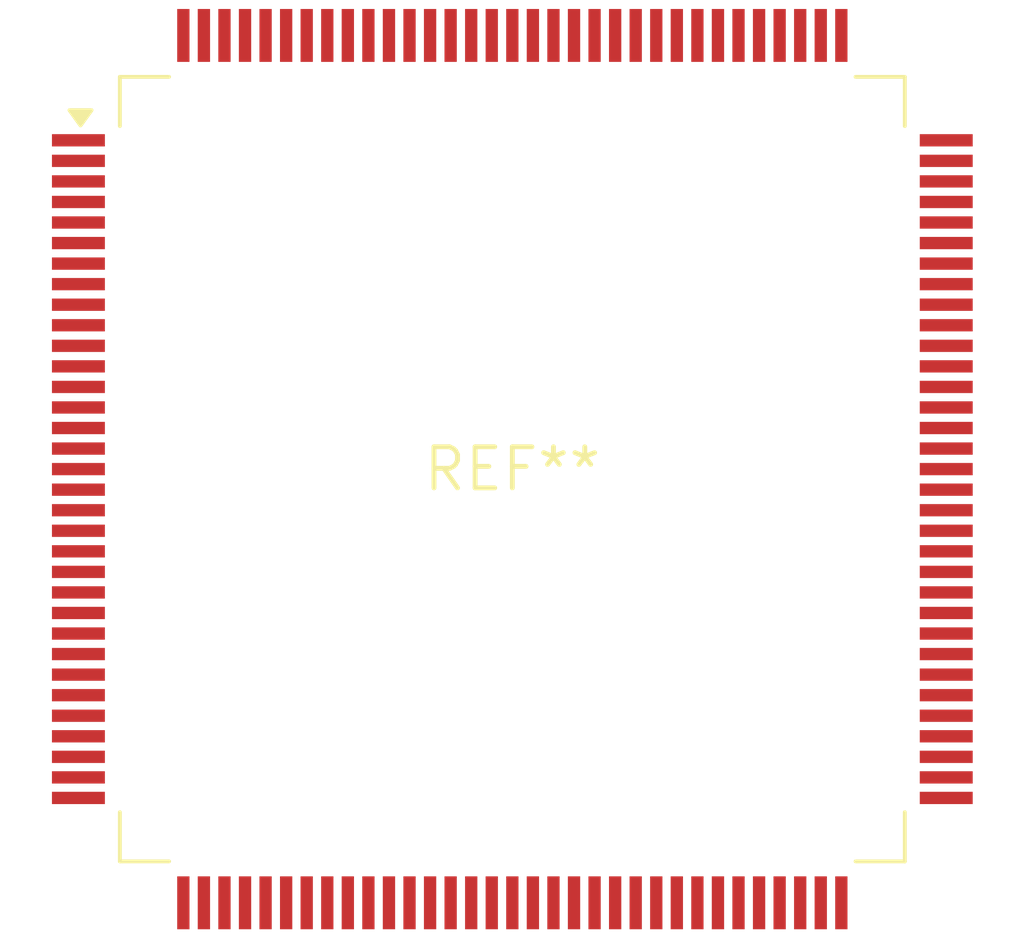
<source format=kicad_pcb>
(kicad_pcb (version 20240108) (generator pcbnew)
  (layers (0 "F.Cu" signal) (31 "B.Cu" signal) (34 "B.Paste" user) (35 "F.Paste" user) (36 "B.SilkS" user "B.Silkscreen") (37 "F.SilkS" user "F.Silkscreen") (38 "B.Mask" user) (39 "F.Mask" user) (44 "Edge.Cuts" user))
  (net 0 "")
  (footprint "PQFP-132_24x24mm_P0.635mm" (layer "F.Cu") (at 0 0)
    (property "Reference" "REF**")
    (property "Value" "PQFP-132_24x24mm_P0.635mm")
    (fp_line (start -12.12 -12.12) (end -12.12 -10.6) (layer "F.SilkS") (stroke (width 0.12)))
    (fp_line (start -12.12 12.12) (end -12.12 10.6) (layer "F.SilkS") (stroke (width 0.12)))
    (fp_line (start -10.6 -12.12) (end -12.12 -12.12) (layer "F.SilkS") (stroke (width 0.12)))
    (fp_line (start -10.6 12.12) (end -12.12 12.12) (layer "F.SilkS") (stroke (width 0.12)))
    (fp_line (start 10.6 -12.12) (end 12.12 -12.12) (layer "F.SilkS") (stroke (width 0.12)))
    (fp_line (start 10.6 12.12) (end 12.12 12.12) (layer "F.SilkS") (stroke (width 0.12)))
    (fp_line (start 12.12 -12.12) (end 12.12 -10.6) (layer "F.SilkS") (stroke (width 0.12)))
    (fp_line (start 12.12 12.12) (end 12.12 10.6) (layer "F.SilkS") (stroke (width 0.12)))
    (fp_poly (pts (xy -13.335 -10.62) (xy -13.675 -11.09) (xy -12.995 -11.09) (xy -13.335 -10.62)) (layer "F.SilkS") (stroke (width 0.12)) (fill solid))
    (pad "1" smd rect (at -13.4 -10.16) (size 1.635 0.38) (layers "F.Cu" "F.Paste" "F.Mask"))
    (pad "2" smd rect (at -13.4 -9.525) (size 1.635 0.38) (layers "F.Cu" "F.Paste" "F.Mask"))
    (pad "3" smd rect (at -13.4 -8.89) (size 1.635 0.38) (layers "F.Cu" "F.Paste" "F.Mask"))
    (pad "4" smd rect (at -13.4 -8.255) (size 1.635 0.38) (layers "F.Cu" "F.Paste" "F.Mask"))
    (pad "5" smd rect (at -13.4 -7.62) (size 1.635 0.38) (layers "F.Cu" "F.Paste" "F.Mask"))
    (pad "6" smd rect (at -13.4 -6.985) (size 1.635 0.38) (layers "F.Cu" "F.Paste" "F.Mask"))
    (pad "7" smd rect (at -13.4 -6.35) (size 1.635 0.38) (layers "F.Cu" "F.Paste" "F.Mask"))
    (pad "8" smd rect (at -13.4 -5.715) (size 1.635 0.38) (layers "F.Cu" "F.Paste" "F.Mask"))
    (pad "9" smd rect (at -13.4 -5.08) (size 1.635 0.38) (layers "F.Cu" "F.Paste" "F.Mask"))
    (pad "10" smd rect (at -13.4 -4.445) (size 1.635 0.38) (layers "F.Cu" "F.Paste" "F.Mask"))
    (pad "11" smd rect (at -13.4 -3.81) (size 1.635 0.38) (layers "F.Cu" "F.Paste" "F.Mask"))
    (pad "12" smd rect (at -13.4 -3.175) (size 1.635 0.38) (layers "F.Cu" "F.Paste" "F.Mask"))
    (pad "13" smd rect (at -13.4 -2.54) (size 1.635 0.38) (layers "F.Cu" "F.Paste" "F.Mask"))
    (pad "14" smd rect (at -13.4 -1.905) (size 1.635 0.38) (layers "F.Cu" "F.Paste" "F.Mask"))
    (pad "15" smd rect (at -13.4 -1.27) (size 1.635 0.38) (layers "F.Cu" "F.Paste" "F.Mask"))
    (pad "16" smd rect (at -13.4 -0.635) (size 1.635 0.38) (layers "F.Cu" "F.Paste" "F.Mask"))
    (pad "17" smd rect (at -13.4 0) (size 1.635 0.38) (layers "F.Cu" "F.Paste" "F.Mask"))
    (pad "18" smd rect (at -13.4 0.635) (size 1.635 0.38) (layers "F.Cu" "F.Paste" "F.Mask"))
    (pad "19" smd rect (at -13.4 1.27) (size 1.635 0.38) (layers "F.Cu" "F.Paste" "F.Mask"))
    (pad "20" smd rect (at -13.4 1.905) (size 1.635 0.38) (layers "F.Cu" "F.Paste" "F.Mask"))
    (pad "21" smd rect (at -13.4 2.54) (size 1.635 0.38) (layers "F.Cu" "F.Paste" "F.Mask"))
    (pad "22" smd rect (at -13.4 3.175) (size 1.635 0.38) (layers "F.Cu" "F.Paste" "F.Mask"))
    (pad "23" smd rect (at -13.4 3.81) (size 1.635 0.38) (layers "F.Cu" "F.Paste" "F.Mask"))
    (pad "24" smd rect (at -13.4 4.445) (size 1.635 0.38) (layers "F.Cu" "F.Paste" "F.Mask"))
    (pad "25" smd rect (at -13.4 5.08) (size 1.635 0.38) (layers "F.Cu" "F.Paste" "F.Mask"))
    (pad "26" smd rect (at -13.4 5.715) (size 1.635 0.38) (layers "F.Cu" "F.Paste" "F.Mask"))
    (pad "27" smd rect (at -13.4 6.35) (size 1.635 0.38) (layers "F.Cu" "F.Paste" "F.Mask"))
    (pad "28" smd rect (at -13.4 6.985) (size 1.635 0.38) (layers "F.Cu" "F.Paste" "F.Mask"))
    (pad "29" smd rect (at -13.4 7.62) (size 1.635 0.38) (layers "F.Cu" "F.Paste" "F.Mask"))
    (pad "30" smd rect (at -13.4 8.255) (size 1.635 0.38) (layers "F.Cu" "F.Paste" "F.Mask"))
    (pad "31" smd rect (at -13.4 8.89) (size 1.635 0.38) (layers "F.Cu" "F.Paste" "F.Mask"))
    (pad "32" smd rect (at -13.4 9.525) (size 1.635 0.38) (layers "F.Cu" "F.Paste" "F.Mask"))
    (pad "33" smd rect (at -13.4 10.16) (size 1.635 0.38) (layers "F.Cu" "F.Paste" "F.Mask"))
    (pad "34" smd rect (at -10.16 13.4) (size 0.38 1.635) (layers "F.Cu" "F.Paste" "F.Mask"))
    (pad "35" smd rect (at -9.525 13.4) (size 0.38 1.635) (layers "F.Cu" "F.Paste" "F.Mask"))
    (pad "36" smd rect (at -8.89 13.4) (size 0.38 1.635) (layers "F.Cu" "F.Paste" "F.Mask"))
    (pad "37" smd rect (at -8.255 13.4) (size 0.38 1.635) (layers "F.Cu" "F.Paste" "F.Mask"))
    (pad "38" smd rect (at -7.62 13.4) (size 0.38 1.635) (layers "F.Cu" "F.Paste" "F.Mask"))
    (pad "39" smd rect (at -6.985 13.4) (size 0.38 1.635) (layers "F.Cu" "F.Paste" "F.Mask"))
    (pad "40" smd rect (at -6.35 13.4) (size 0.38 1.635) (layers "F.Cu" "F.Paste" "F.Mask"))
    (pad "41" smd rect (at -5.715 13.4) (size 0.38 1.635) (layers "F.Cu" "F.Paste" "F.Mask"))
    (pad "42" smd rect (at -5.08 13.4) (size 0.38 1.635) (layers "F.Cu" "F.Paste" "F.Mask"))
    (pad "43" smd rect (at -4.445 13.4) (size 0.38 1.635) (layers "F.Cu" "F.Paste" "F.Mask"))
    (pad "44" smd rect (at -3.81 13.4) (size 0.38 1.635) (layers "F.Cu" "F.Paste" "F.Mask"))
    (pad "45" smd rect (at -3.175 13.4) (size 0.38 1.635) (layers "F.Cu" "F.Paste" "F.Mask"))
    (pad "46" smd rect (at -2.54 13.4) (size 0.38 1.635) (layers "F.Cu" "F.Paste" "F.Mask"))
    (pad "47" smd rect (at -1.905 13.4) (size 0.38 1.635) (layers "F.Cu" "F.Paste" "F.Mask"))
    (pad "48" smd rect (at -1.27 13.4) (size 0.38 1.635) (layers "F.Cu" "F.Paste" "F.Mask"))
    (pad "49" smd rect (at -0.635 13.4) (size 0.38 1.635) (layers "F.Cu" "F.Paste" "F.Mask"))
    (pad "50" smd rect (at 0 13.4) (size 0.38 1.635) (layers "F.Cu" "F.Paste" "F.Mask"))
    (pad "51" smd rect (at 0.635 13.4) (size 0.38 1.635) (layers "F.Cu" "F.Paste" "F.Mask"))
    (pad "52" smd rect (at 1.27 13.4) (size 0.38 1.635) (layers "F.Cu" "F.Paste" "F.Mask"))
    (pad "53" smd rect (at 1.905 13.4) (size 0.38 1.635) (layers "F.Cu" "F.Paste" "F.Mask"))
    (pad "54" smd rect (at 2.54 13.4) (size 0.38 1.635) (layers "F.Cu" "F.Paste" "F.Mask"))
    (pad "55" smd rect (at 3.175 13.4) (size 0.38 1.635) (layers "F.Cu" "F.Paste" "F.Mask"))
    (pad "56" smd rect (at 3.81 13.4) (size 0.38 1.635) (layers "F.Cu" "F.Paste" "F.Mask"))
    (pad "57" smd rect (at 4.445 13.4) (size 0.38 1.635) (layers "F.Cu" "F.Paste" "F.Mask"))
    (pad "58" smd rect (at 5.08 13.4) (size 0.38 1.635) (layers "F.Cu" "F.Paste" "F.Mask"))
    (pad "59" smd rect (at 5.715 13.4) (size 0.38 1.635) (layers "F.Cu" "F.Paste" "F.Mask"))
    (pad "60" smd rect (at 6.35 13.4) (size 0.38 1.635) (layers "F.Cu" "F.Paste" "F.Mask"))
    (pad "61" smd rect (at 6.985 13.4) (size 0.38 1.635) (layers "F.Cu" "F.Paste" "F.Mask"))
    (pad "62" smd rect (at 7.62 13.4) (size 0.38 1.635) (layers "F.Cu" "F.Paste" "F.Mask"))
    (pad "63" smd rect (at 8.255 13.4) (size 0.38 1.635) (layers "F.Cu" "F.Paste" "F.Mask"))
    (pad "64" smd rect (at 8.89 13.4) (size 0.38 1.635) (layers "F.Cu" "F.Paste" "F.Mask"))
    (pad "65" smd rect (at 9.525 13.4) (size 0.38 1.635) (layers "F.Cu" "F.Paste" "F.Mask"))
    (pad "66" smd rect (at 10.16 13.4) (size 0.38 1.635) (layers "F.Cu" "F.Paste" "F.Mask"))
    (pad "67" smd rect (at 13.4 10.16) (size 1.635 0.38) (layers "F.Cu" "F.Paste" "F.Mask"))
    (pad "68" smd rect (at 13.4 9.525) (size 1.635 0.38) (layers "F.Cu" "F.Paste" "F.Mask"))
    (pad "69" smd rect (at 13.4 8.89) (size 1.635 0.38) (layers "F.Cu" "F.Paste" "F.Mask"))
    (pad "70" smd rect (at 13.4 8.255) (size 1.635 0.38) (layers "F.Cu" "F.Paste" "F.Mask"))
    (pad "71" smd rect (at 13.4 7.62) (size 1.635 0.38) (layers "F.Cu" "F.Paste" "F.Mask"))
    (pad "72" smd rect (at 13.4 6.985) (size 1.635 0.38) (layers "F.Cu" "F.Paste" "F.Mask"))
    (pad "73" smd rect (at 13.4 6.35) (size 1.635 0.38) (layers "F.Cu" "F.Paste" "F.Mask"))
    (pad "74" smd rect (at 13.4 5.715) (size 1.635 0.38) (layers "F.Cu" "F.Paste" "F.Mask"))
    (pad "75" smd rect (at 13.4 5.08) (size 1.635 0.38) (layers "F.Cu" "F.Paste" "F.Mask"))
    (pad "76" smd rect (at 13.4 4.445) (size 1.635 0.38) (layers "F.Cu" "F.Paste" "F.Mask"))
    (pad "77" smd rect (at 13.4 3.81) (size 1.635 0.38) (layers "F.Cu" "F.Paste" "F.Mask"))
    (pad "78" smd rect (at 13.4 3.175) (size 1.635 0.38) (layers "F.Cu" "F.Paste" "F.Mask"))
    (pad "79" smd rect (at 13.4 2.54) (size 1.635 0.38) (layers "F.Cu" "F.Paste" "F.Mask"))
    (pad "80" smd rect (at 13.4 1.905) (size 1.635 0.38) (layers "F.Cu" "F.Paste" "F.Mask"))
    (pad "81" smd rect (at 13.4 1.27) (size 1.635 0.38) (layers "F.Cu" "F.Paste" "F.Mask"))
    (pad "82" smd rect (at 13.4 0.635) (size 1.635 0.38) (layers "F.Cu" "F.Paste" "F.Mask"))
    (pad "83" smd rect (at 13.4 0) (size 1.635 0.38) (layers "F.Cu" "F.Paste" "F.Mask"))
    (pad "84" smd rect (at 13.4 -0.635) (size 1.635 0.38) (layers "F.Cu" "F.Paste" "F.Mask"))
    (pad "85" smd rect (at 13.4 -1.27) (size 1.635 0.38) (layers "F.Cu" "F.Paste" "F.Mask"))
    (pad "86" smd rect (at 13.4 -1.905) (size 1.635 0.38) (layers "F.Cu" "F.Paste" "F.Mask"))
    (pad "87" smd rect (at 13.4 -2.54) (size 1.635 0.38) (layers "F.Cu" "F.Paste" "F.Mask"))
    (pad "88" smd rect (at 13.4 -3.175) (size 1.635 0.38) (layers "F.Cu" "F.Paste" "F.Mask"))
    (pad "89" smd rect (at 13.4 -3.81) (size 1.635 0.38) (layers "F.Cu" "F.Paste" "F.Mask"))
    (pad "90" smd rect (at 13.4 -4.445) (size 1.635 0.38) (layers "F.Cu" "F.Paste" "F.Mask"))
    (pad "91" smd rect (at 13.4 -5.08) (size 1.635 0.38) (layers "F.Cu" "F.Paste" "F.Mask"))
    (pad "92" smd rect (at 13.4 -5.715) (size 1.635 0.38) (layers "F.Cu" "F.Paste" "F.Mask"))
    (pad "93" smd rect (at 13.4 -6.35) (size 1.635 0.38) (layers "F.Cu" "F.Paste" "F.Mask"))
    (pad "94" smd rect (at 13.4 -6.985) (size 1.635 0.38) (layers "F.Cu" "F.Paste" "F.Mask"))
    (pad "95" smd rect (at 13.4 -7.62) (size 1.635 0.38) (layers "F.Cu" "F.Paste" "F.Mask"))
    (pad "96" smd rect (at 13.4 -8.255) (size 1.635 0.38) (layers "F.Cu" "F.Paste" "F.Mask"))
    (pad "97" smd rect (at 13.4 -8.89) (size 1.635 0.38) (layers "F.Cu" "F.Paste" "F.Mask"))
    (pad "98" smd rect (at 13.4 -9.525) (size 1.635 0.38) (layers "F.Cu" "F.Paste" "F.Mask"))
    (pad "99" smd rect (at 13.4 -10.16) (size 1.635 0.38) (layers "F.Cu" "F.Paste" "F.Mask"))
    (pad "100" smd rect (at 10.16 -13.4) (size 0.38 1.635) (layers "F.Cu" "F.Paste" "F.Mask"))
    (pad "101" smd rect (at 9.525 -13.4) (size 0.38 1.635) (layers "F.Cu" "F.Paste" "F.Mask"))
    (pad "102" smd rect (at 8.89 -13.4) (size 0.38 1.635) (layers "F.Cu" "F.Paste" "F.Mask"))
    (pad "103" smd rect (at 8.255 -13.4) (size 0.38 1.635) (layers "F.Cu" "F.Paste" "F.Mask"))
    (pad "104" smd rect (at 7.62 -13.4) (size 0.38 1.635) (layers "F.Cu" "F.Paste" "F.Mask"))
    (pad "105" smd rect (at 6.985 -13.4) (size 0.38 1.635) (layers "F.Cu" "F.Paste" "F.Mask"))
    (pad "106" smd rect (at 6.35 -13.4) (size 0.38 1.635) (layers "F.Cu" "F.Paste" "F.Mask"))
    (pad "107" smd rect (at 5.715 -13.4) (size 0.38 1.635) (layers "F.Cu" "F.Paste" "F.Mask"))
    (pad "108" smd rect (at 5.08 -13.4) (size 0.38 1.635) (layers "F.Cu" "F.Paste" "F.Mask"))
    (pad "109" smd rect (at 4.445 -13.4) (size 0.38 1.635) (layers "F.Cu" "F.Paste" "F.Mask"))
    (pad "110" smd rect (at 3.81 -13.4) (size 0.38 1.635) (layers "F.Cu" "F.Paste" "F.Mask"))
    (pad "111" smd rect (at 3.175 -13.4) (size 0.38 1.635) (layers "F.Cu" "F.Paste" "F.Mask"))
    (pad "112" smd rect (at 2.54 -13.4) (size 0.38 1.635) (layers "F.Cu" "F.Paste" "F.Mask"))
    (pad "113" smd rect (at 1.905 -13.4) (size 0.38 1.635) (layers "F.Cu" "F.Paste" "F.Mask"))
    (pad "114" smd rect (at 1.27 -13.4) (size 0.38 1.635) (layers "F.Cu" "F.Paste" "F.Mask"))
    (pad "115" smd rect (at 0.635 -13.4) (size 0.38 1.635) (layers "F.Cu" "F.Paste" "F.Mask"))
    (pad "116" smd rect (at 0 -13.4) (size 0.38 1.635) (layers "F.Cu" "F.Paste" "F.Mask"))
    (pad "117" smd rect (at -0.635 -13.4) (size 0.38 1.635) (layers "F.Cu" "F.Paste" "F.Mask"))
    (pad "118" smd rect (at -1.27 -13.4) (size 0.38 1.635) (layers "F.Cu" "F.Paste" "F.Mask"))
    (pad "119" smd rect (at -1.905 -13.4) (size 0.38 1.635) (layers "F.Cu" "F.Paste" "F.Mask"))
    (pad "120" smd rect (at -2.54 -13.4) (size 0.38 1.635) (layers "F.Cu" "F.Paste" "F.Mask"))
    (pad "121" smd rect (at -3.175 -13.4) (size 0.38 1.635) (layers "F.Cu" "F.Paste" "F.Mask"))
    (pad "122" smd rect (at -3.81 -13.4) (size 0.38 1.635) (layers "F.Cu" "F.Paste" "F.Mask"))
    (pad "123" smd rect (at -4.445 -13.4) (size 0.38 1.635) (layers "F.Cu" "F.Paste" "F.Mask"))
    (pad "124" smd rect (at -5.08 -13.4) (size 0.38 1.635) (layers "F.Cu" "F.Paste" "F.Mask"))
    (pad "125" smd rect (at -5.715 -13.4) (size 0.38 1.635) (layers "F.Cu" "F.Paste" "F.Mask"))
    (pad "126" smd rect (at -6.35 -13.4) (size 0.38 1.635) (layers "F.Cu" "F.Paste" "F.Mask"))
    (pad "127" smd rect (at -6.985 -13.4) (size 0.38 1.635) (layers "F.Cu" "F.Paste" "F.Mask"))
    (pad "128" smd rect (at -7.62 -13.4) (size 0.38 1.635) (layers "F.Cu" "F.Paste" "F.Mask"))
    (pad "129" smd rect (at -8.255 -13.4) (size 0.38 1.635) (layers "F.Cu" "F.Paste" "F.Mask"))
    (pad "130" smd rect (at -8.89 -13.4) (size 0.38 1.635) (layers "F.Cu" "F.Paste" "F.Mask"))
    (pad "131" smd rect (at -9.525 -13.4) (size 0.38 1.635) (layers "F.Cu" "F.Paste" "F.Mask"))
    (pad "132" smd rect (at -10.16 -13.4) (size 0.38 1.635) (layers "F.Cu" "F.Paste" "F.Mask"))
  )
)
</source>
